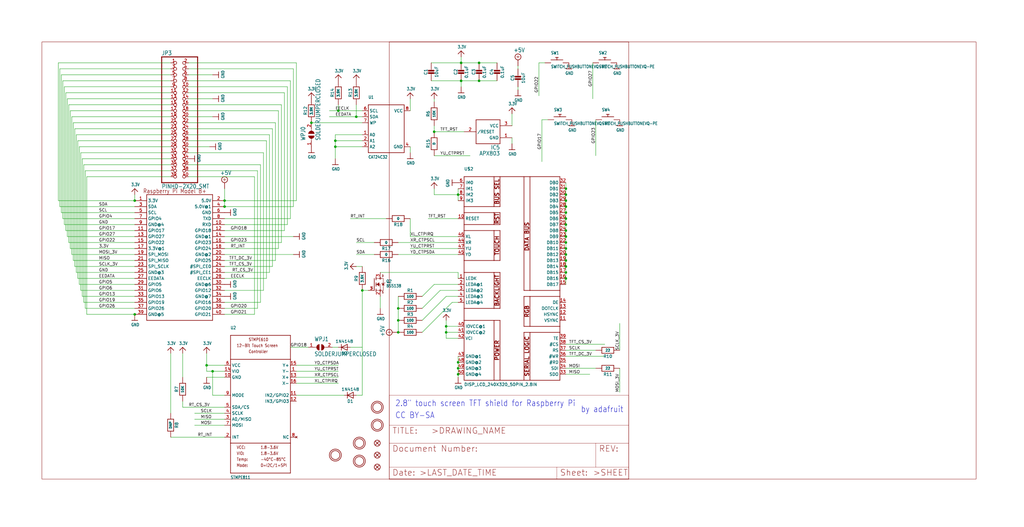
<source format=kicad_sch>
(kicad_sch (version 20211123) (generator eeschema)
  (paper "User" 434.34 223.622)
  (junction (at 151.13 49.53))
  (junction (at 240.03 102.87))
  (junction (at 95.25 85.09))
  (junction (at 240.03 80.01))
  (junction (at 240.03 85.09))
  (junction (at 57.15 133.35))
  (junction (at 153.67 123.19))
  (junction (at 142.24 59.69))
  (junction (at 240.03 92.71))
  (junction (at 195.58 26.67))
  (junction (at 87.63 154.94))
  (junction (at 194.31 156.21))
  (junction (at 168.91 130.81))
  (junction (at 95.25 87.63))
  (junction (at 184.15 55.88))
  (junction (at 189.23 138.43))
  (junction (at 132.08 52.07))
  (junction (at 240.03 97.79))
  (junction (at 240.03 82.55))
  (junction (at 240.03 105.41))
  (junction (at 240.03 95.25))
  (junction (at 240.03 115.57))
  (junction (at 240.03 110.49))
  (junction (at 194.31 158.75))
  (junction (at 194.31 153.67))
  (junction (at 194.31 82.55))
  (junction (at 189.23 140.97))
  (junction (at 168.91 140.97))
  (junction (at 57.15 85.09))
  (junction (at 168.91 135.89))
  (junction (at 143.51 46.99))
  (junction (at 240.03 113.03))
  (junction (at 142.24 62.23))
  (junction (at 203.2 26.67))
  (junction (at 240.03 87.63))
  (junction (at 240.03 100.33))
  (junction (at 240.03 107.95))
  (junction (at 240.03 90.17))
  (junction (at 240.03 118.11))
  (junction (at 203.2 34.29))
  (junction (at 90.17 157.48))
  (junction (at 195.58 34.29))
  (wire (pts (xy 125.73 154.94) (xy 143.51 154.94)))
  (wire (pts (xy 195.58 26.67) (xy 182.88 26.67)))
  (wire (pts (xy 151.13 49.53) (xy 139.7 49.53)))
  (wire (pts (xy 77.47 172.72) (xy 95.25 172.72)))
  (wire (pts (xy 119.38 44.45) (xy 80.01 44.45)))
  (wire (pts (xy 80.01 54.61) (xy 115.57 54.61)))
  (wire (pts (xy 153.67 59.69) (xy 142.24 59.69)))
  (wire (pts (xy 95.25 167.64) (xy 90.17 167.64)))
  (wire (pts (xy 80.01 41.91) (xy 90.17 41.91)))
  (wire (pts (xy 123.19 92.71) (xy 123.19 34.29)))
  (wire (pts (xy 27.305 95.25) (xy 27.305 36.83)))
  (wire (pts (xy 142.24 59.69) (xy 142.24 62.23)))
  (wire (pts (xy 72.39 62.23) (xy 33.655 62.23)))
  (wire (pts (xy 240.03 107.95) (xy 240.03 110.49)))
  (wire (pts (xy 142.24 62.23) (xy 142.24 67.31)))
  (wire (pts (xy 121.92 95.25) (xy 95.25 95.25)))
  (wire (pts (xy 189.23 143.51) (xy 194.31 143.51)))
  (wire (pts (xy 72.39 34.29) (xy 26.67 34.29)))
  (wire (pts (xy 57.15 130.81) (xy 36.195 130.81)))
  (wire (pts (xy 240.03 80.01) (xy 240.03 82.55)))
  (wire (pts (xy 168.91 130.81) (xy 168.91 125.73)))
  (wire (pts (xy 184.15 120.65) (xy 194.31 120.65)))
  (wire (pts (xy 240.03 146.05) (xy 256.54 146.05)))
  (wire (pts (xy 194.31 107.95) (xy 168.91 107.95)))
  (wire (pts (xy 36.195 130.81) (xy 36.195 72.39)))
  (wire (pts (xy 113.03 59.69) (xy 113.03 118.11)))
  (wire (pts (xy 80.01 69.85) (xy 110.49 69.85)))
  (wire (pts (xy 120.65 97.79) (xy 120.65 39.37)))
  (wire (pts (xy 173.99 100.33) (xy 173.99 92.71)))
  (wire (pts (xy 125.73 167.64) (xy 146.05 167.64)))
  (wire (pts (xy 33.02 59.69) (xy 72.39 59.69)))
  (wire (pts (xy 80.01 31.75) (xy 90.17 31.75)))
  (wire (pts (xy 28.575 100.33) (xy 28.575 41.91)))
  (wire (pts (xy 111.76 64.77) (xy 111.76 123.19)))
  (wire (pts (xy 36.83 74.93) (xy 36.83 133.35)))
  (wire (pts (xy 116.84 52.07) (xy 116.84 110.49)))
  (wire (pts (xy 186.69 123.19) (xy 194.31 123.19)))
  (wire (pts (xy 153.67 123.19) (xy 153.67 167.64)))
  (wire (pts (xy 194.31 158.75) (xy 194.31 160.02)))
  (wire (pts (xy 194.31 80.01) (xy 194.31 82.55)))
  (wire (pts (xy 35.56 128.27) (xy 35.56 69.85)))
  (wire (pts (xy 179.07 130.81) (xy 186.69 123.19)))
  (wire (pts (xy 26.67 34.29) (xy 26.67 92.71)))
  (wire (pts (xy 124.46 100.33) (xy 95.25 100.33)))
  (wire (pts (xy 87.63 149.86) (xy 87.63 154.94)))
  (wire (pts (xy 28.575 41.91) (xy 72.39 41.91)))
  (wire (pts (xy 179.07 135.89) (xy 189.23 125.73)))
  (wire (pts (xy 194.31 82.55) (xy 184.15 82.55)))
  (wire (pts (xy 219.71 38.1) (xy 219.71 36.83)))
  (wire (pts (xy 148.59 147.32) (xy 153.67 147.32)))
  (wire (pts (xy 195.58 36.83) (xy 195.58 34.29)))
  (wire (pts (xy 194.31 105.41) (xy 173.99 105.41)))
  (wire (pts (xy 232.41 50.8) (xy 229.87 50.8)))
  (wire (pts (xy 240.03 156.21) (xy 252.73 156.21)))
  (wire (pts (xy 80.01 64.77) (xy 111.76 64.77)))
  (wire (pts (xy 195.58 24.13) (xy 195.58 26.67)))
  (wire (pts (xy 95.25 185.42) (xy 72.39 185.42)))
  (wire (pts (xy 87.63 154.94) (xy 95.25 154.94)))
  (wire (pts (xy 143.51 46.99) (xy 143.51 44.45)))
  (wire (pts (xy 72.39 49.53) (xy 30.48 49.53)))
  (wire (pts (xy 90.17 167.64) (xy 90.17 157.48)))
  (wire (pts (xy 189.23 138.43) (xy 189.23 135.89)))
  (wire (pts (xy 95.25 180.34) (xy 82.55 180.34)))
  (wire (pts (xy 240.03 97.79) (xy 240.03 100.33)))
  (wire (pts (xy 36.195 72.39) (xy 72.39 72.39)))
  (wire (pts (xy 24.765 85.09) (xy 24.765 26.67)))
  (wire (pts (xy 114.3 57.15) (xy 80.01 57.15)))
  (wire (pts (xy 95.25 85.09) (xy 95.25 87.63)))
  (wire (pts (xy 228.6 26.67) (xy 228.6 40.64)))
  (wire (pts (xy 33.655 62.23) (xy 33.655 120.65)))
  (wire (pts (xy 36.83 133.35) (xy 57.15 133.35)))
  (wire (pts (xy 182.88 34.29) (xy 195.58 34.29)))
  (wire (pts (xy 153.67 46.99) (xy 143.51 46.99)))
  (wire (pts (xy 80.01 36.83) (xy 121.92 36.83)))
  (wire (pts (xy 189.23 125.73) (xy 194.31 125.73)))
  (wire (pts (xy 153.67 49.53) (xy 151.13 49.53)))
  (wire (pts (xy 34.29 123.19) (xy 34.29 64.77)))
  (wire (pts (xy 95.25 157.48) (xy 90.17 157.48)))
  (wire (pts (xy 210.82 34.29) (xy 203.2 34.29)))
  (wire (pts (xy 240.03 100.33) (xy 240.03 102.87)))
  (wire (pts (xy 194.31 115.57) (xy 194.31 118.11)))
  (wire (pts (xy 82.55 177.8) (xy 95.25 177.8)))
  (wire (pts (xy 217.17 58.42) (xy 217.17 60.96)))
  (wire (pts (xy 125.73 162.56) (xy 143.51 162.56)))
  (wire (pts (xy 231.14 26.67) (xy 228.6 26.67)))
  (wire (pts (xy 88.9 62.23) (xy 80.01 62.23)))
  (wire (pts (xy 95.25 87.63) (xy 124.46 87.63)))
  (wire (pts (xy 57.15 105.41) (xy 29.845 105.41)))
  (wire (pts (xy 109.22 72.39) (xy 80.01 72.39)))
  (wire (pts (xy 189.23 143.51) (xy 189.23 140.97)))
  (wire (pts (xy 87.63 154.94) (xy 87.63 157.48)))
  (wire (pts (xy 240.03 102.87) (xy 240.03 105.41)))
  (wire (pts (xy 151.13 102.87) (xy 158.75 102.87)))
  (wire (pts (xy 143.51 46.99) (xy 139.7 46.99)))
  (wire (pts (xy 29.845 46.99) (xy 72.39 46.99)))
  (wire (pts (xy 26.67 92.71) (xy 57.15 92.71)))
  (wire (pts (xy 161.29 125.73) (xy 161.29 130.81)))
  (wire (pts (xy 27.94 39.37) (xy 27.94 97.79)))
  (wire (pts (xy 262.89 156.21) (xy 262.89 166.37)))
  (wire (pts (xy 151.13 44.45) (xy 151.13 49.53)))
  (wire (pts (xy 33.02 118.11) (xy 33.02 59.69)))
  (wire (pts (xy 151.13 113.03) (xy 153.67 113.03)))
  (wire (pts (xy 240.03 95.25) (xy 240.03 97.79)))
  (wire (pts (xy 30.48 49.53) (xy 30.48 107.95)))
  (wire (pts (xy 120.65 39.37) (xy 80.01 39.37)))
  (wire (pts (xy 156.21 123.19) (xy 153.67 123.19)))
  (wire (pts (xy 26.035 90.17) (xy 26.035 31.75)))
  (wire (pts (xy 80.01 52.07) (xy 116.84 52.07)))
  (wire (pts (xy 219.71 27.94) (xy 219.71 29.21)))
  (wire (pts (xy 194.31 140.97) (xy 189.23 140.97)))
  (wire (pts (xy 27.94 97.79) (xy 57.15 97.79)))
  (wire (pts (xy 33.655 120.65) (xy 57.15 120.65)))
  (wire (pts (xy 184.15 55.88) (xy 184.15 53.34)))
  (wire (pts (xy 72.39 39.37) (xy 27.94 39.37)))
  (wire (pts (xy 87.63 160.02) (xy 95.25 160.02)))
  (wire (pts (xy 95.25 80.01) (xy 95.25 85.09)))
  (wire (pts (xy 179.07 125.73) (xy 184.15 120.65)))
  (wire (pts (xy 113.03 118.11) (xy 95.25 118.11)))
  (wire (pts (xy 107.95 74.93) (xy 107.95 133.35)))
  (wire (pts (xy 240.03 77.47) (xy 240.03 80.01)))
  (wire (pts (xy 31.115 52.07) (xy 72.39 52.07)))
  (wire (pts (xy 116.84 110.49) (xy 95.25 110.49)))
  (wire (pts (xy 184.15 43.18) (xy 184.15 41.91)))
  (wire (pts (xy 196.85 55.88) (xy 184.15 55.88)))
  (wire (pts (xy 24.765 26.67) (xy 72.39 26.67)))
  (wire (pts (xy 29.21 44.45) (xy 29.21 102.87)))
  (wire (pts (xy 72.39 54.61) (xy 31.75 54.61)))
  (wire (pts (xy 194.31 156.21) (xy 194.31 158.75)))
  (wire (pts (xy 118.11 105.41) (xy 95.25 105.41)))
  (wire (pts (xy 195.58 26.67) (xy 203.2 26.67)))
  (wire (pts (xy 77.47 160.02) (xy 77.47 149.86)))
  (wire (pts (xy 80.01 26.67) (xy 125.73 26.67)))
  (wire (pts (xy 240.03 158.75) (xy 250.19 158.75)))
  (wire (pts (xy 179.07 140.97) (xy 191.77 128.27)))
  (wire (pts (xy 217.17 53.34) (xy 217.17 48.26)))
  (wire (pts (xy 72.39 29.21) (xy 25.4 29.21)))
  (wire (pts (xy 80.01 46.99) (xy 118.11 46.99)))
  (wire (pts (xy 240.03 105.41) (xy 240.03 107.95)))
  (wire (pts (xy 80.01 59.69) (xy 113.03 59.69)))
  (wire (pts (xy 115.57 54.61) (xy 115.57 113.03)))
  (wire (pts (xy 32.385 115.57) (xy 57.15 115.57)))
  (wire (pts (xy 191.77 128.27) (xy 194.31 128.27)))
  (wire (pts (xy 72.39 74.93) (xy 36.83 74.93)))
  (wire (pts (xy 240.03 110.49) (xy 240.03 113.03)))
  (wire (pts (xy 125.73 26.67) (xy 125.73 85.09)))
  (wire (pts (xy 31.115 110.49) (xy 57.15 110.49)))
  (wire (pts (xy 90.17 157.48) (xy 87.63 157.48)))
  (wire (pts (xy 194.31 82.55) (xy 194.31 85.09)))
  (wire (pts (xy 34.925 67.31) (xy 34.925 125.73)))
  (wire (pts (xy 95.25 97.79) (xy 120.65 97.79)))
  (wire (pts (xy 240.03 85.09) (xy 240.03 87.63)))
  (wire (pts (xy 110.49 69.85) (xy 110.49 128.27)))
  (wire (pts (xy 95.25 130.81) (xy 109.22 130.81)))
  (wire (pts (xy 240.03 92.71) (xy 240.03 95.25)))
  (wire (pts (xy 203.2 26.67) (xy 210.82 26.67)))
  (wire (pts (xy 240.03 90.17) (xy 240.03 92.71)))
  (wire (pts (xy 158.75 107.95) (xy 151.13 107.95)))
  (wire (pts (xy 125.73 157.48) (xy 143.51 157.48)))
  (wire (pts (xy 119.38 102.87) (xy 119.38 44.45)))
  (wire (pts (xy 31.115 110.49) (xy 31.115 52.07)))
  (wire (pts (xy 161.29 115.57) (xy 194.31 115.57)))
  (wire (pts (xy 240.03 148.59) (xy 252.73 148.59)))
  (wire (pts (xy 229.87 50.8) (xy 229.87 68.58)))
  (wire (pts (xy 124.46 87.63) (xy 124.46 29.21)))
  (wire (pts (xy 95.25 92.71) (xy 123.19 92.71)))
  (wire (pts (xy 142.24 57.15) (xy 153.67 57.15)))
  (wire (pts (xy 28.575 100.33) (xy 57.15 100.33)))
  (wire (pts (xy 203.2 34.29) (xy 195.58 34.29)))
  (wire (pts (xy 77.47 172.72) (xy 77.47 170.18)))
  (wire (pts (xy 26.035 31.75) (xy 72.39 31.75)))
  (wire (pts (xy 114.3 115.57) (xy 114.3 57.15)))
  (wire (pts (xy 124.46 107.95) (xy 95.25 107.95)))
  (wire (pts (xy 252.73 50.8) (xy 252.73 66.04)))
  (wire (pts (xy 240.03 115.57) (xy 240.03 118.11)))
  (wire (pts (xy 189.23 140.97) (xy 189.23 138.43)))
  (wire (pts (xy 194.31 153.67) (xy 194.31 156.21)))
  (wire (pts (xy 32.385 57.15) (xy 32.385 115.57)))
  (wire (pts (xy 168.91 135.89) (xy 168.91 130.81)))
  (wire (pts (xy 121.92 36.83) (xy 121.92 95.25)))
  (wire (pts (xy 29.21 102.87) (xy 57.15 102.87)))
  (wire (pts (xy 34.29 64.77) (xy 72.39 64.77)))
  (wire (pts (xy 125.73 85.09) (xy 95.25 85.09)))
  (wire (pts (xy 124.46 29.21) (xy 80.01 29.21)))
  (wire (pts (xy 194.31 102.87) (xy 168.91 102.87)))
  (wire (pts (xy 25.4 87.63) (xy 57.15 87.63)))
  (wire (pts (xy 31.75 54.61) (xy 31.75 113.03)))
  (wire (pts (xy 27.305 36.83) (xy 72.39 36.83)))
  (wire (pts (xy 25.4 29.21) (xy 25.4 87.63)))
  (wire (pts (xy 184.15 66.04) (xy 199.39 66.04)))
  (wire (pts (xy 118.11 46.99) (xy 118.11 105.41)))
  (wire (pts (xy 35.56 69.85) (xy 72.39 69.85)))
  (wire (pts (xy 143.51 147.32) (xy 140.97 147.32)))
  (wire (pts (xy 184.15 82.55) (xy 184.15 80.01)))
  (wire (pts (xy 168.91 135.89) (xy 168.91 140.97)))
  (wire (pts (xy 132.08 52.07) (xy 153.67 52.07)))
  (wire (pts (xy 72.39 57.15) (xy 32.385 57.15)))
  (wire (pts (xy 109.22 130.81) (xy 109.22 72.39)))
  (wire (pts (xy 110.49 128.27) (xy 95.25 128.27)))
  (wire (pts (xy 95.25 115.57) (xy 114.3 115.57)))
  (wire (pts (xy 57.15 95.25) (xy 27.305 95.25)))
  (wire (pts (xy 153.67 167.64) (xy 151.13 167.64)))
  (wire (pts (xy 240.03 113.03) (xy 240.03 115.57)))
  (wire (pts (xy 240.03 118.11) (xy 240.03 120.65)))
  (wire (pts (xy 240.03 87.63) (xy 240.03 90.17)))
  (wire (pts (xy 95.25 102.87) (xy 119.38 102.87)))
  (wire (pts (xy 194.31 151.13) (xy 194.31 153.67)))
  (wire (pts (xy 33.02 118.11) (xy 57.15 118.11)))
  (wire (pts (xy 72.39 149.86) (xy 72.39 175.26)))
  (wire (pts (xy 80.01 74.93) (xy 107.95 74.93)))
  (wire (pts (xy 125.73 160.02) (xy 143.51 160.02)))
  (wire (pts (xy 111.76 123.19) (xy 95.25 123.19)))
  (wire (pts (xy 107.95 133.35) (xy 95.25 133.35)))
  (wire (pts (xy 173.99 62.23) (xy 173.99 64.77)))
  (wire (pts (xy 34.925 125.73) (xy 57.15 125.73)))
  (wire (pts (xy 173.99 41.91) (xy 173.99 46.99)))
  (wire (pts (xy 115.57 113.03) (xy 95.25 113.03)))
  (wire (pts (xy 82.55 175.26) (xy 95.25 175.26)))
  (wire (pts (xy 57.15 128.27) (xy 35.56 128.27)))
  (wire (pts (xy 142.24 62.23) (xy 153.67 62.23)))
  (wire (pts (xy 251.46 26.67) (xy 251.46 41.91)))
  (wire (pts (xy 163.83 92.71) (xy 148.59 92.71)))
  (wire (pts (xy 29.845 105.41) (xy 29.845 46.99)))
  (wire (pts (xy 142.24 57.15) (xy 142.24 59.69)))
  (wire (pts (xy 57.15 123.19) (xy 34.29 123.19)))
  (wire (pts (xy 123.19 34.29) (xy 80.01 34.29)))
  (wire (pts (xy 90.17 49.53) (xy 80.01 49.53)))
  (wire (pts (xy 31.75 113.03) (xy 57.15 113.03)))
  (wire (pts (xy 123.19 147.32) (xy 130.81 147.32)))
  (wire (pts (xy 26.035 90.17) (xy 57.15 90.17)))
  (wire (pts (xy 57.15 85.09) (xy 57.15 82.55)))
  (wire (pts (xy 194.31 100.33) (xy 173.99 100.33)))
  (wire (pts (xy 72.39 67.31) (xy 34.925 67.31)))
  (wire (pts (xy 240.03 82.55) (xy 240.03 85.09)))
  (wire (pts (xy 240.03 151.13) (xy 256.54 151.13)))
  (wire (pts (xy 189.23 138.43) (xy 194.31 138.43)))
  (wire (pts (xy 57.15 85.09) (xy 24.765 85.09)))
  (wire (pts (xy 262.89 148.59) (xy 262.89 137.16)))
  (wire (pts (xy 30.48 107.95) (xy 57.15 107.95)))
  (wire (pts (xy 194.31 92.71) (xy 181.61 92.71)))
  (wire (pts (xy 72.39 44.45) (xy 29.21 44.45)))
  (text "CC BY-SA" (at 167.64 177.8 180) (effects (font (size 2.54 2.159)) (justify left bottom)))
  (text "2.8\" touch screen TFT shield for Raspberry Pi" (at 167.64 172.72 180) (effects (font (size 2.54 2.159)) (justify left bottom)))
  (text "by adafruit~{}" (at 246.38 175.26 180) (effects (font (size 2.54 2.159)) (justify left bottom)))
  (label "SCL" (at 151.13 102.87 0) (effects (font (size 1.2446 1.2446))))
  (label "GPIO5" (at 41.91 120.65 0) (effects (font (size 1.2446 1.2446))))
  (label "RT_INT" (at 97.79 105.41 0) (effects (font (size 1.2446 1.2446))))
  (label "RT_CS_3V" (at 80.01 172.72 0) (effects (font (size 1.2446 1.2446))))
  (label "SDA" (at 41.91 87.63 0) (effects (font (size 1.2446 1.2446))))
  (label "MISO" (at 41.91 110.49 0) (effects (font (size 1.2446 1.2446))))
  (label "SCLK_3V" (at 262.89 148.59 90) (effects (font (size 1.2446 1.2446))))
  (label "GPIO13" (at 41.91 125.73 0) (effects (font (size 1.2446 1.2446))))
  (label "RT_INT" (at 148.59 92.71 0) (effects (font (size 1.2446 1.2446))))
  (label "SCL" (at 41.91 90.17 0) (effects (font (size 1.2446 1.2446))))
  (label "MOSI_3V" (at 41.91 107.95 0) (effects (font (size 1.2446 1.2446))))
  (label "EECLK" (at 97.79 118.11 0) (effects (font (size 1.2446 1.2446))))
  (label "GND" (at 41.91 115.57 0) (effects (font (size 1.2446 1.2446))))
  (label "GPIO22" (at 228.6 39.37 90) (effects (font (size 1.2446 1.2446))))
  (label "MOSI_3V" (at 262.89 166.37 90) (effects (font (size 1.2446 1.2446))))
  (label "MOSI" (at 241.3 156.21 0) (effects (font (size 1.2446 1.2446))))
  (label "MOSI" (at 85.09 180.34 0) (effects (font (size 1.2446 1.2446))))
  (label "RT_CS_3V" (at 98.425 115.57 0) (effects (font (size 1.2446 1.2446))))
  (label "GPIO19" (at 41.91 128.27 0) (effects (font (size 1.2446 1.2446))))
  (label "TFT_RST" (at 181.61 92.71 0) (effects (font (size 1.2446 1.2446))))
  (label "YU_CTPRST" (at 186.69 66.04 0) (effects (font (size 1.2446 1.2446))))
  (label "YU_CTPRST" (at 173.99 105.41 0) (effects (font (size 1.2446 1.2446))))
  (label "XR_CTPSCL" (at 173.99 102.87 0) (effects (font (size 1.2446 1.2446))))
  (label "MISO" (at 241.3 158.75 0) (effects (font (size 1.2446 1.2446))))
  (label "EECLK" (at 142.24 46.99 0) (effects (font (size 1.2446 1.2446))))
  (label "GPIO27" (at 41.91 100.33 0) (effects (font (size 1.2446 1.2446))))
  (label "GPIO17" (at 41.91 97.79 0) (effects (font (size 1.2446 1.2446))))
  (label "GPIO22" (at 41.91 102.87 0) (effects (font (size 1.2446 1.2446))))
  (label "TFT_DC_3V" (at 241.3 151.13 0) (effects (font (size 1.2446 1.2446))))
  (label "GPIO4" (at 41.91 92.71 0) (effects (font (size 1.2446 1.2446))))
  (label "SDA" (at 151.13 107.95 0) (effects (font (size 1.2446 1.2446))))
  (label "RT_INT" (at 83.82 185.42 0) (effects (font (size 1.2446 1.2446))))
  (label "EEDATA" (at 41.91 118.11 0) (effects (font (size 1.2446 1.2446))))
  (label "SCLK_3V" (at 41.91 113.03 0) (effects (font (size 1.2446 1.2446))))
  (label "SCLK" (at 85.09 175.26 0) (effects (font (size 1.2446 1.2446))))
  (label "SCLK" (at 241.3 148.59 0) (effects (font (size 1.2446 1.2446))))
  (label "XL_CTPIRQ" (at 133.35 162.56 0) (effects (font (size 1.2446 1.2446))))
  (label "GPIO18" (at 97.79 97.79 0) (effects (font (size 1.2446 1.2446))))
  (label "GPIO21" (at 97.79 133.35 0) (effects (font (size 1.2446 1.2446))))
  (label "3.3V" (at 41.91 105.41 0) (effects (font (size 1.2446 1.2446))))
  (label "GPIO18" (at 123.19 147.32 0) (effects (font (size 1.2446 1.2446))))
  (label "YD_CTPSDA" (at 133.35 154.94 0) (effects (font (size 1.2446 1.2446))))
  (label "XR_CTPSCL" (at 133.35 160.02 0) (effects (font (size 1.2446 1.2446))))
  (label "GND" (at 41.91 95.25 0) (effects (font (size 1.2446 1.2446))))
  (label "EEDATA" (at 142.24 49.53 0) (effects (font (size 1.2446 1.2446))))
  (label "XL_CTPIRQ" (at 173.99 100.33 0) (effects (font (size 1.2446 1.2446))))
  (label "MISO" (at 85.09 177.8 0) (effects (font (size 1.2446 1.2446))))
  (label "TFT_CS_3V" (at 97.155 113.03 0) (effects (font (size 1.2446 1.2446))))
  (label "GPIO26" (at 41.91 130.81 0) (effects (font (size 1.2446 1.2446))))
  (label "YD_CTPSDA" (at 173.99 107.95 0) (effects (font (size 1.2446 1.2446))))
  (label "GPIO23" (at 97.79 102.87 0) (effects (font (size 1.2446 1.2446))))
  (label "GPIO23" (at 252.73 60.96 90) (effects (font (size 1.2446 1.2446))))
  (label "GPIO17" (at 229.87 63.5 90) (effects (font (size 1.2446 1.2446))))
  (label "TFT_RST" (at 186.69 55.88 0) (effects (font (size 1.2446 1.2446))))
  (label "TFT_CS_3V" (at 241.3 146.05 0) (effects (font (size 1.2446 1.2446))))
  (label "GPIO20" (at 97.79 130.81 0) (effects (font (size 1.2446 1.2446))))
  (label "TFT_DC_3V" (at 97.155 110.49 0) (effects (font (size 1.2446 1.2446))))
  (label "GPIO27" (at 251.46 36.83 90) (effects (font (size 1.2446 1.2446))))
  (label "GPIO6" (at 41.91 123.19 0) (effects (font (size 1.2446 1.2446))))
  (label "YU_CTPRST" (at 133.35 157.48 0) (effects (font (size 1.2446 1.2446))))
  (symbol (lib_id "eagleSchem-eagle-import:GND") (at 91.44 62.23 90) (unit 1)
    (property "Reference" "#U$48" (effects hide))
    (property "Value" "GND" (at 93.98 63.754 0) (effects (font (size 1.27 1.0795)) (justify left bottom)))
    (property "Footprint" "eagleSchem:" (effects hide))
  )
  (symbol (lib_id "eagleSchem-eagle-import:SOLDERJUMPERCLOSED") (at 135.89 147.32 0) (unit 1)
    (property "Reference" "WPJ1" (at 133.35 144.78 0) (effects (font (size 1.778 1.5113)) (justify left bottom)))
    (property "Value" "SOLDERJUMPERCLOSED" (at 133.35 151.13 0) (effects (font (size 1.778 1.5113)) (justify left bottom)))
    (property "Footprint" "eagleSchem:SOLDERJUMPER_CLOSEDWIRE" (effects hide))
  )
  (symbol (lib_id "eagleSchem-eagle-import:3.3V") (at 217.17 45.72 0) (unit 1)
    (property "Reference" "#U$27" (effects hide))
    (property "Value" "3.3V" (at 215.646 44.704 0) (effects (font (size 1.27 1.0795)) (justify left bottom)))
    (property "Footprint" "eagleSchem:" (effects hide))
  )
  (symbol (lib_id "eagleSchem-eagle-import:3.3V") (at 57.15 80.01 0) (unit 1)
    (property "Reference" "#U$4" (effects hide))
    (property "Value" "3.3V" (at 55.626 78.994 0) (effects (font (size 1.27 1.0795)) (justify left bottom)))
    (property "Footprint" "eagleSchem:" (effects hide))
  )
  (symbol (lib_id "eagleSchem-eagle-import:FIDUCIAL{dblquote}{dblquote}") (at 160.02 193.04 0) (unit 1)
    (property "Reference" "U$18" (effects hide))
    (property "Value" "FIDUCIAL{dblquote}{dblquote}" (effects hide))
    (property "Footprint" "eagleSchem:FIDUCIAL_1MM" (effects hide))
  )
  (symbol (lib_id "eagleSchem-eagle-import:GND") (at 173.99 67.31 0) (unit 1)
    (property "Reference" "#U$21" (effects hide))
    (property "Value" "GND" (at 172.466 69.85 0) (effects (font (size 1.27 1.0795)) (justify left bottom)))
    (property "Footprint" "eagleSchem:" (effects hide))
  )
  (symbol (lib_id "eagleSchem-eagle-import:MOUNTINGHOLE3.0THIN") (at 160.02 180.34 0) (unit 1)
    (property "Reference" "U$17" (effects hide))
    (property "Value" "MOUNTINGHOLE3.0THIN" (effects hide))
    (property "Footprint" "eagleSchem:MOUNTINGHOLE_3.0_PLATEDTHIN" (effects hide))
    (property "Value" "MOUNTINGHOLE3.0THIN" (effects hide))
  )
  (symbol (lib_id "eagleSchem-eagle-import:GND") (at 97.79 120.65 90) (unit 1)
    (property "Reference" "#U$51" (effects hide))
    (property "Value" "GND" (at 100.33 122.174 0) (effects (font (size 1.27 1.0795)) (justify left bottom)))
    (property "Footprint" "eagleSchem:" (effects hide))
  )
  (symbol (lib_id "eagleSchem-eagle-import:3.3V") (at 173.99 39.37 0) (unit 1)
    (property "Reference" "#U$33" (effects hide))
    (property "Value" "3.3V" (at 172.466 38.354 0) (effects (font (size 1.27 1.0795)) (justify left bottom)))
    (property "Footprint" "eagleSchem:" (effects hide))
  )
  (symbol (lib_id "eagleSchem-eagle-import:3.3V") (at 143.51 31.75 0) (unit 1)
    (property "Reference" "#U$31" (effects hide))
    (property "Value" "3.3V" (at 141.986 30.734 0) (effects (font (size 1.27 1.0795)) (justify left bottom)))
    (property "Footprint" "eagleSchem:" (effects hide))
  )
  (symbol (lib_id "eagleSchem-eagle-import:FIDUCIAL{dblquote}{dblquote}") (at 160.02 187.96 0) (unit 1)
    (property "Reference" "U$10" (effects hide))
    (property "Value" "FIDUCIAL{dblquote}{dblquote}" (effects hide))
    (property "Footprint" "eagleSchem:FIDUCIAL_1MM" (effects hide))
  )
  (symbol (lib_id "eagleSchem-eagle-import:RESISTOR0805_NOOUTLINE") (at 168.91 92.71 180) (unit 1)
    (property "Reference" "R18" (at 168.91 95.25 0))
    (property "Value" "0" (at 168.91 92.71 0) (effects (font (size 1.016 1.016) bold)))
    (property "Footprint" "eagleSchem:0805-NO" (effects hide))
  )
  (symbol (lib_id "eagleSchem-eagle-import:FIDUCIAL{dblquote}{dblquote}") (at 160.02 198.12 0) (unit 1)
    (property "Reference" "U$11" (effects hide))
    (property "Value" "FIDUCIAL{dblquote}{dblquote}" (effects hide))
    (property "Footprint" "eagleSchem:FIDUCIAL_1MM" (effects hide))
  )
  (symbol (lib_id "eagleSchem-eagle-import:RESISTOR0805_NOOUTLINE") (at 184.15 48.26 90) (unit 1)
    (property "Reference" "R6" (at 181.61 48.26 0))
    (property "Value" "10K" (at 184.15 48.26 0) (effects (font (size 1.016 1.016) bold)))
    (property "Footprint" "eagleSchem:0805-NO" (effects hide))
  )
  (symbol (lib_id "eagleSchem-eagle-import:GND") (at 82.55 67.31 90) (unit 1)
    (property "Reference" "#U$49" (effects hide))
    (property "Value" "GND" (at 85.09 68.834 0) (effects (font (size 1.27 1.0795)) (justify left bottom)))
    (property "Footprint" "eagleSchem:" (effects hide))
  )
  (symbol (lib_id "eagleSchem-eagle-import:LETTER_L") (at 17.78 203.2 0) (unit 1)
    (property "Reference" "#FRAME1" (effects hide))
    (property "Value" "LETTER_L" (effects hide))
    (property "Footprint" "eagleSchem:" (effects hide))
  )
  (symbol (lib_id "eagleSchem-eagle-import:RESISTOR0805_NOOUTLINE") (at 257.81 148.59 180) (unit 1)
    (property "Reference" "R10" (at 257.81 151.13 0))
    (property "Value" "22" (at 257.81 148.59 0) (effects (font (size 1.016 1.016) bold)))
    (property "Footprint" "eagleSchem:0805-NO" (effects hide))
  )
  (symbol (lib_id "eagleSchem-eagle-import:CAP_CERAMIC0805-NOOUTLINE") (at 210.82 31.75 0) (unit 1)
    (property "Reference" "C4" (at 208.53 30.5 90))
    (property "Value" "0.1uF" (at 213.12 30.5 90))
    (property "Footprint" "eagleSchem:0805-NO" (effects hide))
  )
  (symbol (lib_id "eagleSchem-eagle-import:GND") (at 87.63 162.56 0) (unit 1)
    (property "Reference" "#U$7" (effects hide))
    (property "Value" "GND" (at 86.106 165.1 0) (effects (font (size 1.27 1.0795)) (justify left bottom)))
    (property "Footprint" "eagleSchem:" (effects hide))
  )
  (symbol (lib_id "eagleSchem-eagle-import:DISP_LCD_240X320_50PIN_2.8IN") (at 217.17 115.57 0) (unit 1)
    (property "Reference" "U$2" (at 196.85 72.39 0) (effects (justify left bottom)))
    (property "Value" "DISP_LCD_240X320_50PIN_2.8IN" (at 196.85 163.83 0) (effects (justify left bottom)))
    (property "Footprint" "eagleSchem:TFT_2.83IN_240X320_50PIN" (effects hide))
  )
  (symbol (lib_id "eagleSchem-eagle-import:EEPROM_I2C_SOIC8_GENERIC") (at 163.83 54.61 0) (unit 1)
    (property "Reference" "U1" (at 156.21 41.91 0) (effects (font (size 1.27 1.0795)) (justify left bottom)))
    (property "Value" "CAT24C32" (at 156.21 67.31 0) (effects (font (size 1.27 1.0795)) (justify left bottom)))
    (property "Footprint" "eagleSchem:SOIC8_150MIL" (effects hide))
  )
  (symbol (lib_id "eagleSchem-eagle-import:RESISTOR0805_NOOUTLINE") (at 163.83 107.95 180) (unit 1)
    (property "Reference" "R16" (at 163.83 110.49 0))
    (property "Value" "0" (at 163.83 107.95 0) (effects (font (size 1.016 1.016) bold)))
    (property "Footprint" "eagleSchem:0805-NO" (effects hide))
  )
  (symbol (lib_id "eagleSchem-eagle-import:3.3V") (at 184.15 77.47 0) (unit 1)
    (property "Reference" "#U$28" (effects hide))
    (property "Value" "3.3V" (at 182.626 76.454 0) (effects (font (size 1.27 1.0795)) (justify left bottom)))
    (property "Footprint" "eagleSchem:" (effects hide))
  )
  (symbol (lib_id "eagleSchem-eagle-import:MOUNTINGHOLE3.0THIN") (at 142.24 193.04 0) (unit 1)
    (property "Reference" "U$40" (effects hide))
    (property "Value" "MOUNTINGHOLE3.0THIN" (effects hide))
    (property "Footprint" "eagleSchem:MOUNTINGHOLE_3.0_PLATEDTHIN" (effects hide))
  )
  (symbol (lib_id "eagleSchem-eagle-import:3.3V") (at 151.13 31.75 0) (unit 1)
    (property "Reference" "#U$32" (effects hide))
    (property "Value" "3.3V" (at 149.606 30.734 0) (effects (font (size 1.27 1.0795)) (justify left bottom)))
    (property "Footprint" "eagleSchem:" (effects hide))
  )
  (symbol (lib_id "eagleSchem-eagle-import:GND") (at 127 100.33 90) (unit 1)
    (property "Reference" "#U$47" (effects hide))
    (property "Value" "GND" (at 129.54 101.854 0) (effects (font (size 1.27 1.0795)) (justify left bottom)))
    (property "Footprint" "eagleSchem:" (effects hide))
  )
  (symbol (lib_id "eagleSchem-eagle-import:RESISTOR0805_NOOUTLINE") (at 153.67 118.11 90) (unit 1)
    (property "Reference" "R9" (at 151.13 118.11 0))
    (property "Value" "3.9K" (at 153.67 118.11 0) (effects (font (size 1.016 1.016) bold)))
    (property "Footprint" "eagleSchem:0805-NO" (effects hide))
  )
  (symbol (lib_id "eagleSchem-eagle-import:+5V") (at 219.71 25.4 0) (unit 1)
    (property "Reference" "#SUPPLY5" (effects hide))
    (property "Value" "+5V" (at 217.805 22.225 0) (effects (font (size 1.778 1.5113)) (justify left bottom)))
    (property "Footprint" "eagleSchem:" (effects hide))
  )
  (symbol (lib_id "eagleSchem-eagle-import:CAP_CERAMIC0805-NOOUTLINE") (at 203.2 31.75 0) (unit 1)
    (property "Reference" "C3" (at 200.91 30.5 90))
    (property "Value" "0.1uF" (at 205.5 30.5 90))
    (property "Footprint" "eagleSchem:0805-NO" (effects hide))
  )
  (symbol (lib_id "eagleSchem-eagle-import:RESISTOR0805_NOOUTLINE") (at 77.47 165.1 90) (unit 1)
    (property "Reference" "R7" (at 74.93 165.1 0))
    (property "Value" "10K" (at 77.47 165.1 0) (effects (font (size 1.016 1.016) bold)))
    (property "Footprint" "eagleSchem:0805-NO" (effects hide))
  )
  (symbol (lib_id "eagleSchem-eagle-import:CAP_CERAMIC0805-NOOUTLINE") (at 182.88 31.75 0) (unit 1)
    (property "Reference" "C1" (at 180.59 30.5 90))
    (property "Value" "10uF" (at 185.18 30.5 90))
    (property "Footprint" "eagleSchem:0805-NO" (effects hide))
  )
  (symbol (lib_id "eagleSchem-eagle-import:LETTER_L") (at 165.1 203.2 0) (unit 2)
    (property "Reference" "#FRAME1" (effects hide))
    (property "Value" "LETTER_L" (effects hide))
    (property "Footprint" "eagleSchem:" (effects hide))
  )
  (symbol (lib_id "eagleSchem-eagle-import:RESISTOR0805_NOOUTLINE") (at 72.39 180.34 270) (unit 1)
    (property "Reference" "R8" (at 74.93 180.34 0))
    (property "Value" "DNP" (at 72.39 180.34 0) (effects (font (size 1.016 1.016) bold)))
    (property "Footprint" "eagleSchem:0805-NO" (effects hide))
  )
  (symbol (lib_id "eagleSchem-eagle-import:GND") (at 92.71 41.91 90) (unit 1)
    (property "Reference" "#U$44" (effects hide))
    (property "Value" "GND" (at 95.25 43.434 0) (effects (font (size 1.27 1.0795)) (justify left bottom)))
    (property "Footprint" "eagleSchem:" (effects hide))
  )
  (symbol (lib_id "eagleSchem-eagle-import:SWITCH_PUSHBUTTONEVQ-PE") (at 257.81 50.8 0) (unit 1)
    (property "Reference" "SW4" (at 255.27 47.244 0) (effects (font (size 1.27 1.0795)) (justify left bottom)))
    (property "Value" "SWITCH_PUSHBUTTONEVQ-PE" (at 255.27 53.086 0) (effects (font (size 1.27 1.0795)) (justify left bottom)))
    (property "Footprint" "eagleSchem:TACT_PANA-EVQ" (effects hide))
  )
  (symbol (lib_id "eagleSchem-eagle-import:RESISTOR0805_NOOUTLINE") (at 173.99 125.73 0) (unit 1)
    (property "Reference" "R1" (at 173.99 123.19 0))
    (property "Value" "100" (at 173.99 125.73 0) (effects (font (size 1.016 1.016) bold)))
    (property "Footprint" "eagleSchem:0805-NO" (effects hide))
  )
  (symbol (lib_id "eagleSchem-eagle-import:STMPE610") (at 110.49 172.72 0) (unit 1)
    (property "Reference" "U2" (at 97.79 139.7 0) (effects (font (size 1.27 1.0795)) (justify left bottom)))
    (property "Value" "STMPE811" (at 97.79 203.2 0) (effects (font (size 1.27 1.0795)) (justify left bottom)))
    (property "Footprint" "eagleSchem:QFN16_3MM" (effects hide))
  )
  (symbol (lib_id "eagleSchem-eagle-import:MOUNTINGHOLE3.0THIN") (at 152.4 195.58 0) (unit 1)
    (property "Reference" "U$16" (effects hide))
    (property "Value" "MOUNTINGHOLE3.0THIN" (effects hide))
    (property "Footprint" "eagleSchem:MOUNTINGHOLE_3.0_PLATEDTHIN" (effects hide))
  )
  (symbol (lib_id "eagleSchem-eagle-import:GND") (at 92.71 31.75 90) (unit 1)
    (property "Reference" "#U$43" (effects hide))
    (property "Value" "GND" (at 95.25 33.274 0) (effects (font (size 1.27 1.0795)) (justify left bottom)))
    (property "Footprint" "eagleSchem:" (effects hide))
  )
  (symbol (lib_id "eagleSchem-eagle-import:RESISTOR0805_NOOUTLINE") (at 173.99 130.81 0) (unit 1)
    (property "Reference" "R2" (at 173.99 128.27 0))
    (property "Value" "100" (at 173.99 130.81 0) (effects (font (size 1.016 1.016) bold)))
    (property "Footprint" "eagleSchem:0805-NO" (effects hide))
  )
  (symbol (lib_id "eagleSchem-eagle-import:GND") (at 132.08 64.77 0) (unit 1)
    (property "Reference" "#U$24" (effects hide))
    (property "Value" "GND" (at 130.556 67.31 0) (effects (font (size 1.27 1.0795)) (justify left bottom)))
    (property "Footprint" "eagleSchem:" (effects hide))
  )
  (symbol (lib_id "eagleSchem-eagle-import:CAP_CERAMIC0805-NOOUTLINE") (at 219.71 34.29 0) (unit 1)
    (property "Reference" "C5" (at 217.42 33.04 90))
    (property "Value" "10uF" (at 222.01 33.04 90))
    (property "Footprint" "eagleSchem:0805-NO" (effects hide))
  )
  (symbol (lib_id "eagleSchem-eagle-import:RESISTOR0805_NOOUTLINE") (at 163.83 102.87 180) (unit 1)
    (property "Reference" "R17" (at 163.83 105.41 0))
    (property "Value" "0" (at 163.83 102.87 0) (effects (font (size 1.016 1.016) bold)))
    (property "Footprint" "eagleSchem:0805-NO" (effects hide))
  )
  (symbol (lib_id "eagleSchem-eagle-import:GND") (at 97.79 90.17 90) (unit 1)
    (property "Reference" "#U$46" (effects hide))
    (property "Value" "GND" (at 100.33 91.694 0) (effects (font (size 1.27 1.0795)) (justify left bottom)))
    (property "Footprint" "eagleSchem:" (effects hide))
  )
  (symbol (lib_id "eagleSchem-eagle-import:3.3V") (at 148.59 113.03 90) (unit 1)
    (property "Reference" "#U$29" (effects hide))
    (property "Value" "3.3V" (at 147.574 114.554 0) (effects (font (size 1.27 1.0795)) (justify left bottom)))
    (property "Footprint" "eagleSchem:" (effects hide))
  )
  (symbol (lib_id "eagleSchem-eagle-import:RESISTOR0805_NOOUTLINE") (at 173.99 135.89 0) (unit 1)
    (property "Reference" "R3" (at 173.99 133.35 0))
    (property "Value" "100" (at 173.99 135.89 0) (effects (font (size 1.016 1.016) bold)))
    (property "Footprint" "eagleSchem:0805-NO" (effects hide))
  )
  (symbol (lib_id "eagleSchem-eagle-import:GND") (at 142.24 69.85 0) (unit 1)
    (property "Reference" "#U$22" (effects hide))
    (property "Value" "GND" (at 140.716 72.39 0) (effects (font (size 1.27 1.0795)) (justify left bottom)))
    (property "Footprint" "eagleSchem:" (effects hide))
  )
  (symbol (lib_id "eagleSchem-eagle-import:3.3V") (at 184.15 39.37 0) (unit 1)
    (property "Reference" "#U$25" (effects hide))
    (property "Value" "3.3V" (at 182.626 38.354 0) (effects (font (size 1.27 1.0795)) (justify left bottom)))
    (property "Footprint" "eagleSchem:" (effects hide))
  )
  (symbol (lib_id "eagleSchem-eagle-import:GND") (at 194.31 162.56 0) (unit 1)
    (property "Reference" "#U$8" (effects hide))
    (property "Value" "GND" (at 192.786 165.1 0) (effects (font (size 1.27 1.0795)) (justify left bottom)))
    (property "Footprint" "eagleSchem:" (effects hide))
  )
  (symbol (lib_id "eagleSchem-eagle-import:GND") (at 219.71 40.64 0) (unit 1)
    (property "Reference" "#U$13" (effects hide))
    (property "Value" "GND" (at 218.186 43.18 0) (effects (font (size 1.27 1.0795)) (justify left bottom)))
    (property "Footprint" "eagleSchem:" (effects hide))
  )
  (symbol (lib_id "eagleSchem-eagle-import:GND") (at 242.57 53.34 0) (unit 1)
    (property "Reference" "#U$38" (effects hide))
    (property "Value" "GND" (at 241.046 55.88 0) (effects (font (size 1.27 1.0795)) (justify left bottom)))
    (property "Footprint" "eagleSchem:" (effects hide))
  )
  (symbol (lib_id "eagleSchem-eagle-import:PINHD-2X20_SMT") (at 74.93 49.53 0) (unit 1)
    (property "Reference" "JP3" (at 68.58 23.495 0) (effects (font (size 1.778 1.5113)) (justify left bottom)))
    (property "Value" "PINHD-2X20_SMT" (at 68.58 80.01 0) (effects (font (size 1.778 1.5113)) (justify left bottom)))
    (property "Footprint" "eagleSchem:2X20_SMT_MALE" (effects hide))
  )
  (symbol (lib_id "eagleSchem-eagle-import:GND") (at 127 107.95 90) (unit 1)
    (property "Reference" "#U$50" (effects hide))
    (property "Value" "GND" (at 129.54 109.474 0) (effects (font (size 1.27 1.0795)) (justify left bottom)))
    (property "Footprint" "eagleSchem:" (effects hide))
  )
  (symbol (lib_id "eagleSchem-eagle-import:GND") (at 97.79 125.73 90) (unit 1)
    (property "Reference" "#U$52" (effects hide))
    (property "Value" "GND" (at 100.33 127.254 0) (effects (font (size 1.27 1.0795)) (justify left bottom)))
    (property "Footprint" "eagleSchem:" (effects hide))
  )
  (symbol (lib_id "eagleSchem-eagle-import:SWITCH_PUSHBUTTONEVQ-PE") (at 256.54 26.67 0) (unit 1)
    (property "Reference" "SW2" (at 254 23.114 0) (effects (font (size 1.27 1.0795)) (justify left bottom)))
    (property "Value" "SWITCH_PUSHBUTTONEVQ-PE" (at 254 28.956 0) (effects (font (size 1.27 1.0795)) (justify left bottom)))
    (property "Footprint" "eagleSchem:TACT_PANA-EVQ" (effects hide))
  )
  (symbol (lib_id "eagleSchem-eagle-import:GND") (at 217.17 63.5 0) (unit 1)
    (property "Reference" "#U$14" (effects hide))
    (property "Value" "GND" (at 215.646 66.04 0) (effects (font (size 1.27 1.0795)) (justify left bottom)))
    (property "Footprint" "eagleSchem:" (effects hide))
  )
  (symbol (lib_id "eagleSchem-eagle-import:GND") (at 161.29 133.35 0) (unit 1)
    (property "Reference" "#U$6" (effects hide))
    (property "Value" "GND" (at 159.766 135.89 0) (effects (font (size 1.27 1.0795)) (justify left bottom)))
    (property "Footprint" "eagleSchem:" (effects hide))
  )
  (symbol (lib_id "eagleSchem-eagle-import:RESISTOR0805_NOOUTLINE") (at 151.13 39.37 90) (unit 1)
    (property "Reference" "R13" (at 148.59 39.37 0))
    (property "Value" "3.9K" (at 151.13 39.37 0) (effects (font (size 1.016 1.016) bold)))
    (property "Footprint" "eagleSchem:0805-NO" (effects hide))
  )
  (symbol (lib_id "eagleSchem-eagle-import:DIODESOD-323") (at 146.05 147.32 180) (unit 1)
    (property "Reference" "D2" (at 146.05 149.86 0))
    (property "Value" "1N4148" (at 146.05 144.82 0))
    (property "Footprint" "eagleSchem:SOD-323" (effects hide))
  )
  (symbol (lib_id "eagleSchem-eagle-import:GND") (at 241.3 29.21 0) (unit 1)
    (property "Reference" "#U$19" (effects hide))
    (property "Value" "GND" (at 239.776 31.75 0) (effects (font (size 1.27 1.0795)) (justify left bottom)))
    (property "Footprint" "eagleSchem:" (effects hide))
  )
  (symbol (lib_id "eagleSchem-eagle-import:3.3V") (at 132.08 39.37 0) (unit 1)
    (property "Reference" "#U$30" (effects hide))
    (property "Value" "3.3V" (at 130.556 38.354 0) (effects (font (size 1.27 1.0795)) (justify left bottom)))
    (property "Footprint" "eagleSchem:" (effects hide))
  )
  (symbol (lib_id "eagleSchem-eagle-import:GND") (at 195.58 39.37 0) (unit 1)
    (property "Reference" "#U$5" (effects hide))
    (property "Value" "GND" (at 194.056 41.91 0) (effects (font (size 1.27 1.0795)) (justify left bottom)))
    (property "Footprint" "eagleSchem:" (effects hide))
  )
  (symbol (lib_id "eagleSchem-eagle-import:+5V") (at 95.25 77.47 0) (unit 1)
    (property "Reference" "#SUPPLY6" (effects hide))
    (property "Value" "+5V" (at 93.345 74.295 0) (effects (font (size 1.778 1.5113)) (justify left bottom)))
    (property "Footprint" "eagleSchem:" (effects hide))
  )
  (symbol (lib_id "eagleSchem-eagle-import:RESISTOR0805_NOOUTLINE") (at 184.15 60.96 90) (unit 1)
    (property "Reference" "R15" (at 181.61 60.96 0))
    (property "Value" "0" (at 184.15 60.96 0) (effects (font (size 1.016 1.016) bold)))
    (property "Footprint" "eagleSchem:0805-NO" (effects hide))
  )
  (symbol (lib_id "eagleSchem-eagle-import:3.3V") (at 72.39 147.32 0) (unit 1)
    (property "Reference" "#U$35" (effects hide))
    (property "Value" "3.3V" (at 70.866 146.304 0) (effects (font (size 1.27 1.0795)) (justify left bottom)))
    (property "Footprint" "eagleSchem:" (effects hide))
  )
  (symbol (lib_id "eagleSchem-eagle-import:SWITCH_PUSHBUTTONEVQ-PE") (at 236.22 26.67 0) (unit 1)
    (property "Reference" "SW1" (at 233.68 23.114 0) (effects (font (size 1.27 1.0795)) (justify left bottom)))
    (property "Value" "SWITCH_PUSHBUTTONEVQ-PE" (at 233.68 28.956 0) (effects (font (size 1.27 1.0795)) (justify left bottom)))
    (property "Footprint" "eagleSchem:TACT_PANA-EVQ" (effects hide))
  )
  (symbol (lib_id "eagleSchem-eagle-import:GND") (at 262.89 53.34 0) (unit 1)
    (property "Reference" "#U$39" (effects hide))
    (property "Value" "GND" (at 261.366 55.88 0) (effects (font (size 1.27 1.0795)) (justify left bottom)))
    (property "Footprint" "eagleSchem:" (effects hide))
  )
  (symbol (lib_id "eagleSchem-eagle-import:MOSFET-NWIDE") (at 158.75 120.65 0) (unit 1)
    (property "Reference" "Q2" (at 163.83 120.015 0) (effects (font (size 1.27 1.0795)) (justify left bottom)))
    (property "Value" "BSS138" (at 163.83 121.92 0) (effects (font (size 1.27 1.0795)) (justify left bottom)))
    (property "Footprint" "eagleSchem:SOT23-WIDE" (effects hide))
  )
  (symbol (lib_id "eagleSchem-eagle-import:AXP083-SAG") (at 207.01 55.88 0) (mirror y) (unit 1)
    (property "Reference" "IC5" (at 212.09 63.5 0) (effects (font (size 1.778 1.5113)) (justify left bottom)))
    (property "Value" "APX803" (at 212.09 66.04 0) (effects (font (size 1.778 1.5113)) (justify left bottom)))
    (property "Footprint" "eagleSchem:SOT23" (effects hide))
  )
  (symbol (lib_id "eagleSchem-eagle-import:GND") (at 92.71 49.53 90) (unit 1)
    (property "Reference" "#U$45" (effects hide))
    (property "Value" "GND" (at 95.25 51.054 0) (effects (font (size 1.27 1.0795)) (justify left bottom)))
    (property "Footprint" "eagleSchem:" (effects hide))
  )
  (symbol (lib_id "eagleSchem-eagle-import:SOLDERJUMPERCLOSED") (at 132.08 57.15 90) (unit 1)
    (property "Reference" "WPJ0" (at 129.54 59.69 0) (effects (font (size 1.778 1.5113)) (justify left bottom)))
    (property "Value" "SOLDERJUMPERCLOSED" (at 135.89 59.69 0) (effects (font (size 1.778 1.5113)) (justify left bottom)))
    (property "Footprint" "eagleSchem:SOLDERJUMPER_CLOSEDWIRE" (effects hide))
  )
  (symbol (lib_id "eagleSchem-eagle-import:GND") (at 261.62 29.21 0) (unit 1)
    (property "Reference" "#U$20" (effects hide))
    (property "Value" "GND" (at 260.096 31.75 0) (effects (font (size 1.27 1.0795)) (justify left bottom)))
    (property "Footprint" "eagleSchem:" (effects hide))
  )
  (symbol (lib_id "eagleSchem-eagle-import:MOUNTINGHOLE3.0THIN") (at 152.4 187.96 0) (unit 1)
    (property "Reference" "U$3" (effects hide))
    (property "Value" "MOUNTINGHOLE3.0THIN" (effects hide))
    (property "Footprint" "eagleSchem:MOUNTINGHOLE_3.0_PLATEDTHIN" (effects hide))
  )
  (symbol (lib_id "eagleSchem-eagle-import:3.3V") (at 195.58 21.59 0) (unit 1)
    (property "Reference" "#U$26" (effects hide))
    (property "Value" "3.3V" (at 194.056 20.574 0) (effects (font (size 1.27 1.0795)) (justify left bottom)))
    (property "Footprint" "eagleSchem:" (effects hide))
  )
  (symbol (lib_id "eagleSchem-eagle-import:RASPBERRYPI_BPLUS_SHIELD_NODIM") (at 74.93 105.41 0) (unit 1)
    (property "Reference" "RPI1" (effects hide))
    (property "Value" "RASPBERRYPI_BPLUS_SHIELD_NODIM" (effects hide))
    (property "Footprint" "eagleSchem:RASPBERRYPI_BPLUS_SHIELD_NODIM" (effects hide))
  )
  (symbol (lib_id "eagleSchem-eagle-import:GND") (at 191.77 77.47 270) (unit 1)
    (property "Reference" "#U$1" (effects hide))
    (property "Value" "GND" (at 189.23 75.946 0) (effects (font (size 1.27 1.0795)) (justify left bottom)))
    (property "Footprint" "eagleSchem:" (effects hide))
  )
  (symbol (lib_id "eagleSchem-eagle-import:3.3V") (at 189.23 133.35 0) (unit 1)
    (property "Reference" "#U$34" (effects hide))
    (property "Value" "3.3V" (at 187.706 132.334 0) (effects (font (size 1.27 1.0795)) (justify left bottom)))
    (property "Footprint" "eagleSchem:" (effects hide))
  )
  (symbol (lib_id "eagleSchem-eagle-import:RESISTOR0805_NOOUTLINE") (at 257.81 156.21 180) (unit 1)
    (property "Reference" "R11" (at 257.81 158.75 0))
    (property "Value" "22" (at 257.81 156.21 0) (effects (font (size 1.016 1.016) bold)))
    (property "Footprint" "eagleSchem:0805-NO" (effects hide))
  )
  (symbol (lib_id "eagleSchem-eagle-import:DIODESOD-323") (at 148.59 167.64 180) (unit 1)
    (property "Reference" "D1" (at 148.59 170.18 0))
    (property "Value" "1N4148" (at 148.59 165.14 0))
    (property "Footprint" "eagleSchem:SOD-323" (effects hide))
  )
  (symbol (lib_id "eagleSchem-eagle-import:3.3V") (at 87.63 147.32 0) (unit 1)
    (property "Reference" "#U$37" (effects hide))
    (property "Value" "3.3V" (at 86.106 146.304 0) (effects (font (size 1.27 1.0795)) (justify left bottom)))
    (property "Footprint" "eagleSchem:" (effects hide))
  )
  (symbol (lib_id "eagleSchem-eagle-import:RESISTOR0805_NOOUTLINE") (at 143.51 39.37 90) (unit 1)
    (property "Reference" "R14" (at 140.97 39.37 0))
    (property "Value" "3.9K" (at 143.51 39.37 0) (effects (font (size 1.016 1.016) bold)))
    (property "Footprint" "eagleSchem:0805-NO" (effects hide))
  )
  (symbol (lib_id "eagleSchem-eagle-import:MOUNTINGHOLE3.0THIN") (at 160.02 172.72 0) (unit 1)
    (property "Reference" "U$15" (effects hide))
    (property "Value" "MOUNTINGHOLE3.0THIN" (effects hide))
    (property "Footprint" "eagleSchem:MOUNTINGHOLE_3.0_PLATEDTHIN" (effects hide))
  )
  (symbol (lib_id "eagleSchem-eagle-import:3.3V") (at 77.47 147.32 0) (unit 1)
    (property "Reference" "#U$36" (effects hide))
    (property "Value" "3.3V" (at 75.946 146.304 0) (effects (font (size 1.27 1.0795)) (justify left bottom)))
    (property "Footprint" "eagleSchem:" (effects hide))
  )
  (symbol (lib_id "eagleSchem-eagle-import:RESISTOR0805_NOOUTLINE") (at 132.08 46.99 90) (unit 1)
    (property "Reference" "R12" (at 129.54 46.99 0))
    (property "Value" "3.9K" (at 132.08 46.99 0) (effects (font (size 1.016 1.016) bold)))
    (property "Footprint" "eagleSchem:0805-NO" (effects hide))
  )
  (symbol (lib_id "eagleSchem-eagle-import:RESISTOR0805_NOOUTLINE") (at 173.99 140.97 0) (unit 1)
    (property "Reference" "R4" (at 173.99 138.43 0))
    (property "Value" "100" (at 173.99 140.97 0) (effects (font (size 1.016 1.016) bold)))
    (property "Footprint" "eagleSchem:0805-NO" (effects hide))
  )
  (symbol (lib_id "eagleSchem-eagle-import:+5V") (at 166.37 140.97 90) (unit 1)
    (property "Reference" "#SUPPLY4" (effects hide))
    (property "Value" "+5V" (at 163.195 142.875 0) (effects (font (size 1.778 1.5113)) (justify left bottom)))
    (property "Footprint" "eagleSchem:" (effects hide))
  )
  (symbol (lib_id "eagleSchem-eagle-import:CAP_CERAMIC0805-NOOUTLINE") (at 195.58 31.75 0) (unit 1)
    (property "Reference" "C2" (at 193.29 30.5 90))
    (property "Value" "0.1uF" (at 197.88 30.5 90))
    (property "Footprint" "eagleSchem:0805-NO" (effects hide))
  )
  (symbol (lib_id "eagleSchem-eagle-import:GND") (at 57.15 135.89 0) (unit 1)
    (property "Reference" "#U$41" (effects hide))
    (property "Value" "GND" (at 55.626 138.43 0) (effects (font (size 1.27 1.0795)) (justify left bottom)))
    (property "Footprint" "eagleSchem:" (effects hide))
  )
  (symbol (lib_id "eagleSchem-eagle-import:SWITCH_PUSHBUTTONEVQ-PE") (at 237.49 50.8 0) (unit 1)
    (property "Reference" "SW3" (at 234.95 47.244 0) (effects (font (size 1.27 1.0795)) (justify left bottom)))
    (property "Value" "SWITCH_PUSHBUTTONEVQ-PE" (at 234.95 53.086 0) (effects (font (size 1.27 1.0795)) (justify left bottom)))
    (property "Footprint" "eagleSchem:TACT_PANA-EVQ" (effects hide))
  )
)
</source>
